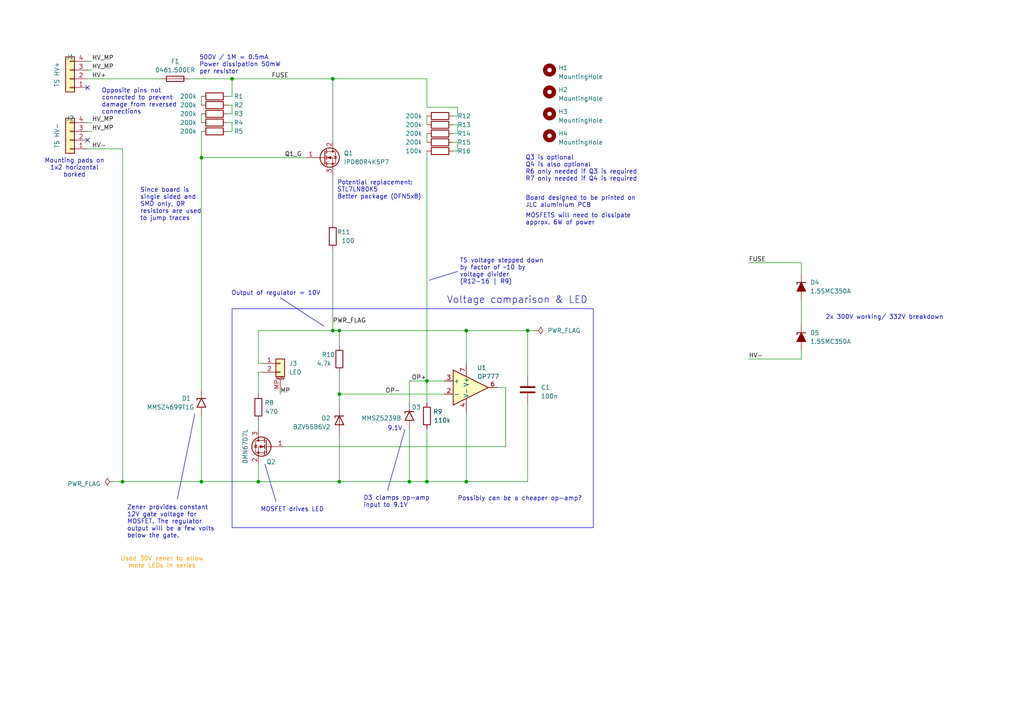
<source format=kicad_sch>
(kicad_sch (version 20231120) (generator "eeschema") (generator_version "8.0")
  (paper "A4")
  (title_block (title "Accumulator Indicator Light") (date "2023-04-17") (rev "1.1.0") (company "SUFST") (comment 1 "STAG X") (comment 2 "Ray Wang, Joe Pater") (comment 3 "Max O'Brien, Tim Brewis"))
  (lib_symbols
    (symbol "Connector_Generic:Conn_01x04" (pin_names (offset 1.016) hide)
      (property "Reference" "J" (at 0 5.08 0))
      (property "Value" "Conn_01x04" (at 0 -7.62 0))
      (symbol "Conn_01x04_1_1"
        (rectangle (start -1.27 -4.953) (end 0 -5.207) (stroke (width 0.1524)))
        (rectangle (start -1.27 -2.413) (end 0 -2.667) (stroke (width 0.1524)))
        (rectangle (start -1.27 0.127) (end 0 -0.127) (stroke (width 0.1524)))
        (rectangle (start -1.27 2.667) (end 0 2.413) (stroke (width 0.1524)))
        (rectangle (start -1.27 3.81) (end 1.27 -6.35) (stroke (width 0.254)) (fill (type background)))
        (pin passive line (at -5.08 2.54 0) (length 3.81) (name "Pin_1") (number "1"))
        (pin passive line (at -5.08 0 0) (length 3.81) (name "Pin_2") (number "2"))
        (pin passive line (at -5.08 -2.54 0) (length 3.81) (name "Pin_3") (number "3"))
        (pin passive line (at -5.08 -5.08 0) (length 3.81) (name "Pin_4") (number "4"))
      )
    )
    (symbol "Connector_Generic_MountingPin:Conn_01x02_MountingPin" (pin_names (offset 1.016) hide)
      (property "Reference" "J" (at 0 2.54 0))
      (property "Value" "Conn_01x02_MountingPin" (at 1.27 -5.08 0))
      (symbol "Conn_01x02_MountingPin_1_1"
        (rectangle (start -1.27 -2.413) (end 0 -2.667) (stroke (width 0.1524)))
        (rectangle (start -1.27 0.127) (end 0 -0.127) (stroke (width 0.1524)))
        (rectangle (start -1.27 1.27) (end 1.27 -3.81) (stroke (width 0.254)) (fill (type background)))
        (polyline (pts (xy -1.016 -4.572) (xy 1.016 -4.572)) (stroke (width 0.1524)))
        (text "Mounting" (at 0 -4.191 0) (effects (font (size 0.381 0.381))))
        (pin passive line (at -5.08 0 0) (length 3.81) (name "Pin_1") (number "1"))
        (pin passive line (at -5.08 -2.54 0) (length 3.81) (name "Pin_2") (number "2"))
        (pin passive line (at 0 -7.62 90) (length 3.048) (name "MountPin") (number "MP"))
      )
    )
    (symbol "Device:C" (pin_numbers hide) (pin_names (offset 0.254))
      (property "Reference" "C" (at 0.635 2.54 0))
      (property "Value" "C" (at 0.635 -2.54 0))
      (symbol "C_0_1"
        (polyline (pts (xy -2.032 -0.762) (xy 2.032 -0.762)) (stroke (width 0.508)))
        (polyline (pts (xy -2.032 0.762) (xy 2.032 0.762)) (stroke (width 0.508)))
      )
      (symbol "C_1_1"
        (pin passive line (at 0 3.81 270) (length 2.794) (name "~") (number "1"))
        (pin passive line (at 0 -3.81 90) (length 2.794) (name "~") (number "2"))
      )
    )
    (symbol "Device:Fuse" (pin_numbers hide) (pin_names (offset 0))
      (property "Reference" "F" (at 2.032 0 90))
      (property "Value" "Fuse" (at -1.905 0 90))
      (symbol "Fuse_0_1"
        (rectangle (start -0.762 -2.54) (end 0.762 2.54) (stroke (width 0.254)))
        (polyline (pts (xy 0 2.54) (xy 0 -2.54)))
      )
      (symbol "Fuse_1_1"
        (pin passive line (at 0 3.81 270) (length 1.27) (name "~") (number "1"))
        (pin passive line (at 0 -3.81 90) (length 1.27) (name "~") (number "2"))
      )
    )
    (symbol "Device:R" (pin_numbers hide) (pin_names (offset 0))
      (property "Reference" "R" (at 2.032 0 90))
      (property "Value" "R" (at 0 0 90))
      (symbol "R_0_1"
        (rectangle (start -1.016 -2.54) (end 1.016 2.54) (stroke (width 0.254)))
      )
      (symbol "R_1_1"
        (pin passive line (at 0 3.81 270) (length 1.27) (name "~") (number "1"))
        (pin passive line (at 0 -3.81 90) (length 1.27) (name "~") (number "2"))
      )
    )
    (symbol "Diode:1N630xA" (pin_numbers hide) (pin_names (offset 1.016) hide)
      (property "Reference" "D" (at 0 2.54 0))
      (property "Value" "1N630xA" (at 0 -2.54 0))
      (symbol "1N630xA_0_1"
        (polyline (pts (xy -0.762 1.27) (xy -1.27 1.27) (xy -1.27 -1.27)) (stroke (width 0.254)))
        (polyline (pts (xy 1.27 1.27) (xy 1.27 -1.27) (xy -1.27 0) (xy 1.27 1.27)) (stroke (width 0.254)))
      )
      (symbol "1N630xA_1_1"
        (pin passive line (at -3.81 0 0) (length 2.54) (name "A1") (number "1"))
        (pin passive line (at 3.81 0 180) (length 2.54) (name "A2") (number "2"))
      )
    )
    (symbol "Diode:BZV55B6V2" (pin_numbers hide) (pin_names hide)
      (property "Reference" "D" (at 0 2.54 0))
      (property "Value" "BZV55B6V2" (at 0 -2.54 0))
      (symbol "BZV55B6V2_0_1"
        (polyline (pts (xy 1.27 0) (xy -1.27 0)))
        (polyline (pts (xy -1.27 -1.27) (xy -1.27 1.27) (xy -0.762 1.27)) (stroke (width 0.254)))
        (polyline (pts (xy 1.27 -1.27) (xy 1.27 1.27) (xy -1.27 0) (xy 1.27 -1.27)) (stroke (width 0.254)))
      )
      (symbol "BZV55B6V2_1_1"
        (pin passive line (at -3.81 0 0) (length 2.54) (name "K") (number "1"))
        (pin passive line (at 3.81 0 180) (length 2.54) (name "A") (number "2"))
      )
    )
    (symbol "Mechanical:MountingHole" (pin_names (offset 1.016))
      (property "Reference" "H" (at 0 5.08 0))
      (property "Value" "MountingHole" (at 0 3.175 0))
      (symbol "MountingHole_0_1"
        (circle (center 0 0) (radius 1.27) (stroke (width 1.27)))
      )
    )
    (symbol "PCM_Diode_TVS_AKL:1.5SMC350A" (pin_numbers hide) (pin_names (offset 1.016) hide)
      (property "Reference" "D" (at 0 5.08 0))
      (property "Value" "1.5SMC350A" (at 0 2.54 0))
      (symbol "1.5SMC350A_0_1"
        (polyline (pts (xy -1.27 0) (xy 1.27 0)))
        (polyline (pts (xy 1.27 -1.27) (xy 1.27 1.27)) (stroke (width 0.254)))
        (polyline (pts (xy 1.27 1.27) (xy 0.762 1.27)) (stroke (width 0.254)))
        (polyline (pts (xy -1.27 1.27) (xy -1.27 -1.27) (xy 1.27 0) (xy -1.27 1.27)) (stroke (width 0.254)) (fill (type outline)))
      )
      (symbol "1.5SMC350A_0_2"
        (polyline (pts (xy -2.54 -2.54) (xy 2.54 2.54)))
        (polyline (pts (xy 0 1.778) (xy -0.381 1.397)) (stroke (width 0.254)))
        (polyline (pts (xy 0 1.778) (xy 1.778 0)) (stroke (width 0.254)))
        (polyline (pts (xy -0.889 -0.889) (xy -1.778 0) (xy 0.889 0.889) (xy 0 -1.778) (xy -0.889 -0.889)) (stroke (width 0.254)) (fill (type outline)))
      )
      (symbol "1.5SMC350A_1_1"
        (pin passive line (at 3.81 0 180) (length 2.54) (name "K") (number "1"))
        (pin passive line (at -3.81 0 0) (length 2.54) (name "A") (number "2"))
      )
      (symbol "1.5SMC350A_1_2"
        (pin passive line (at 2.54 2.54 180) (length 0) (name "K") (number "1"))
        (pin passive line (at -2.54 -2.54 0) (length 0) (name "A") (number "2"))
      )
    )
    (symbol "SUFST:FQD1N80TM" (pin_names hide)
      (property "Reference" "Q" (at 6.35 1.905 0))
      (property "Value" "FQD1N80TM" (at 6.35 0 0))
      (symbol "FQD1N80TM_0_1"
        (polyline (pts (xy 0.254 0) (xy -2.54 0)))
        (polyline (pts (xy 0.254 1.905) (xy 0.254 -1.905)) (stroke (width 0.254)))
        (polyline (pts (xy 0.762 -1.27) (xy 0.762 -2.286)) (stroke (width 0.254)))
        (polyline (pts (xy 0.762 0.508) (xy 0.762 -0.508)) (stroke (width 0.254)))
        (polyline (pts (xy 0.762 2.286) (xy 0.762 1.27)) (stroke (width 0.254)))
        (polyline (pts (xy 2.54 2.54) (xy 2.54 1.778)))
        (polyline (pts (xy 2.54 -2.54) (xy 2.54 0) (xy 0.762 0)))
        (polyline (pts (xy 0.762 -1.778) (xy 3.302 -1.778) (xy 3.302 1.778) (xy 0.762 1.778)))
        (polyline (pts (xy 1.016 0) (xy 2.032 0.381) (xy 2.032 -0.381) (xy 1.016 0)) (fill (type outline)))
        (polyline (pts (xy 2.794 0.508) (xy 2.921 0.381) (xy 3.683 0.381) (xy 3.81 0.254)))
        (polyline (pts (xy 3.302 0.381) (xy 2.921 -0.254) (xy 3.683 -0.254) (xy 3.302 0.381)))
        (circle (center 1.651 0) (radius 2.794) (stroke (width 0.254)))
        (circle (center 2.54 -1.778) (radius 0.254) (fill (type outline)))
        (circle (center 2.54 1.778) (radius 0.254) (fill (type outline)))
      )
      (symbol "FQD1N80TM_1_1"
        (pin input line (at -5.08 0 0) (length 2.54) (name "G") (number "1"))
        (pin passive line (at 2.54 5.08 270) (length 2.54) (name "D") (number "2"))
        (pin passive line (at 2.54 -5.08 90) (length 2.54) (name "S") (number "3"))
      )
    )
    (symbol "SUFST:OP777" (pin_names (offset 0.127))
      (property "Reference" "U" (at 1.27 5.715 0))
      (property "Value" "OP777" (at 1.27 3.175 0))
      (symbol "OP777_0_1"
        (polyline (pts (xy -5.08 5.08) (xy 5.08 0) (xy -5.08 -5.08) (xy -5.08 5.08)) (stroke (width 0.254)) (fill (type background)))
      )
      (symbol "OP777_1_1"
        (pin no_connect line (at -2.54 -8.89 90) (length 5.08) hide (name "") (number "1"))
        (pin input line (at -7.62 -1.905 0) (length 2.54) (name "-") (number "2"))
        (pin input line (at -7.62 1.905 0) (length 2.54) (name "+") (number "3"))
        (pin power_in line (at -1.27 -6.985 90) (length 3.81) (name "V-") (number "4"))
        (pin no_connect line (at -2.54 6.35 270) (length 2.54) hide (name "NC") (number "5"))
        (pin output line (at 7.62 0 180) (length 2.54) (name "~") (number "6"))
        (pin power_in line (at -1.27 6.985 270) (length 3.81) (name "V+") (number "7"))
        (pin no_connect line (at 2.54 -7.62 90) (length 6.35) hide (name "") (number "8"))
      )
    )
    (symbol "Transistor_FET:DMN67D7L" (pin_names hide)
      (property "Reference" "Q" (at 5.08 1.905 0))
      (property "Value" "DMN67D7L" (at 5.08 0 0))
      (symbol "DMN67D7L_0_1"
        (polyline (pts (xy 0.254 0) (xy -2.54 0)))
        (polyline (pts (xy 0.254 1.905) (xy 0.254 -1.905)) (stroke (width 0.254)))
        (polyline (pts (xy 0.762 -1.27) (xy 0.762 -2.286)) (stroke (width 0.254)))
        (polyline (pts (xy 0.762 0.508) (xy 0.762 -0.508)) (stroke (width 0.254)))
        (polyline (pts (xy 0.762 2.286) (xy 0.762 1.27)) (stroke (width 0.254)))
        (polyline (pts (xy 2.54 2.54) (xy 2.54 1.778)))
        (polyline (pts (xy 2.54 -2.54) (xy 2.54 0) (xy 0.762 0)))
        (polyline (pts (xy 0.762 -1.778) (xy 3.302 -1.778) (xy 3.302 1.778) (xy 0.762 1.778)))
        (polyline (pts (xy 1.016 0) (xy 2.032 0.381) (xy 2.032 -0.381) (xy 1.016 0)) (fill (type outline)))
        (polyline (pts (xy 2.794 0.508) (xy 2.921 0.381) (xy 3.683 0.381) (xy 3.81 0.254)))
        (polyline (pts (xy 3.302 0.381) (xy 2.921 -0.254) (xy 3.683 -0.254) (xy 3.302 0.381)))
        (circle (center 1.651 0) (radius 2.794) (stroke (width 0.254)))
        (circle (center 2.54 -1.778) (radius 0.254) (fill (type outline)))
        (circle (center 2.54 1.778) (radius 0.254) (fill (type outline)))
      )
      (symbol "DMN67D7L_1_1"
        (pin input line (at -5.08 0 0) (length 2.54) (name "G") (number "1"))
        (pin passive line (at 2.54 -5.08 90) (length 2.54) (name "S") (number "2"))
        (pin passive line (at 2.54 5.08 270) (length 2.54) (name "D") (number "3"))
      )
    )
    (symbol "power:PWR_FLAG" (power) (pin_numbers hide) (pin_names (offset 0) hide)
      (property "Value" "PWR_FLAG" (at 0 3.81 0))
      (symbol "PWR_FLAG_0_0"
        (pin power_out line (at 0 0 90) (length 0) (name "pwr") (number "1"))
      )
      (symbol "PWR_FLAG_0_1"
        (polyline (pts (xy 0 0) (xy 0 1.27) (xy -1.016 1.905) (xy 0 2.54) (xy 1.016 1.905) (xy 0 1.27)))
      )
    )
  )
  (junction (at 153.035 95.885))
  (junction (at 98.425 114.3))
  (junction (at 118.745 139.7))
  (junction (at 123.825 139.7))
  (junction (at 123.825 110.49))
  (junction (at 135.255 139.7))
  (junction (at 58.42 45.72))
  (junction (at 135.255 95.885))
  (junction (at 67.31 22.86))
  (junction (at 98.425 139.7))
  (junction (at 96.52 95.885))
  (junction (at 35.56 139.7))
  (junction (at 96.52 22.86))
  (junction (at 74.93 139.7))
  (junction (at 58.42 139.7))
  (junction (at 98.425 95.885))
  (no_connect (at 25.4 40.64))
  (no_connect (at 25.4 25.4))
  (wire (pts (xy 131.445 41.275) (xy 132.715 41.275)))
  (wire (pts (xy 123.825 36.195) (xy 123.825 33.655)))
  (wire (pts (xy 98.425 95.885) (xy 98.425 100.33)))
  (wire (pts (xy 98.425 114.3) (xy 98.425 118.11)))
  (wire (pts (xy 96.52 22.86) (xy 96.52 40.64)))
  (wire (pts (xy 98.425 114.3) (xy 128.905 114.3)))
  (wire (pts (xy 35.56 139.7) (xy 58.42 139.7)))
  (wire (pts (xy 58.42 120.65) (xy 58.42 139.7)))
  (wire (pts (xy 217.17 76.2) (xy 232.41 76.2)))
  (wire (pts (xy 123.825 41.275) (xy 123.825 38.735)))
  (wire (pts (xy 131.445 38.735) (xy 132.715 38.735)))
  (wire (pts (xy 58.42 45.72) (xy 58.42 113.03)))
  (wire (pts (xy 58.42 30.48) (xy 58.42 27.94)))
  (polyline (pts (xy 51.435 144.78) (xy 56.515 120.015)))
  (wire (pts (xy 132.715 31.115) (xy 123.825 31.115)))
  (wire (pts (xy 217.17 104.14) (xy 232.41 104.14)))
  (wire (pts (xy 33.02 139.7) (xy 35.56 139.7)))
  (wire (pts (xy 67.31 22.86) (xy 67.31 27.94)))
  (wire (pts (xy 96.52 22.86) (xy 123.825 22.86)))
  (wire (pts (xy 132.715 41.275) (xy 132.715 43.815)))
  (wire (pts (xy 153.035 139.7) (xy 135.255 139.7)))
  (wire (pts (xy 144.145 112.395) (xy 146.685 112.395)))
  (wire (pts (xy 66.04 30.48) (xy 67.31 30.48)))
  (wire (pts (xy 74.93 107.95) (xy 74.93 114.3)))
  (wire (pts (xy 135.255 95.885) (xy 153.035 95.885)))
  (polyline (pts (xy 81.28 86.36) (xy 93.98 94.615)))
  (wire (pts (xy 131.445 43.815) (xy 132.715 43.815)))
  (polyline (pts (xy 112.395 142.24) (xy 117.475 124.46)))
  (wire (pts (xy 123.825 22.86) (xy 123.825 31.115)))
  (wire (pts (xy 153.035 109.22) (xy 153.035 95.885)))
  (wire (pts (xy 98.425 125.73) (xy 98.425 139.7)))
  (wire (pts (xy 123.825 110.49) (xy 123.825 116.84)))
  (wire (pts (xy 118.745 110.49) (xy 123.825 110.49)))
  (wire (pts (xy 98.425 107.95) (xy 98.425 114.3)))
  (wire (pts (xy 25.4 22.86) (xy 46.99 22.86)))
  (wire (pts (xy 74.93 121.92) (xy 74.93 124.46)))
  (wire (pts (xy 153.035 116.84) (xy 153.035 139.7)))
  (wire (pts (xy 67.31 22.86) (xy 96.52 22.86)))
  (wire (pts (xy 81.28 113.03) (xy 81.28 114.3)))
  (wire (pts (xy 74.93 95.885) (xy 96.52 95.885)))
  (wire (pts (xy 82.55 129.54) (xy 146.685 129.54)))
  (wire (pts (xy 58.42 38.1) (xy 58.42 45.72)))
  (wire (pts (xy 118.745 116.84) (xy 118.745 110.49)))
  (wire (pts (xy 232.41 101.6) (xy 232.41 104.14)))
  (wire (pts (xy 25.4 43.18) (xy 35.56 43.18)))
  (wire (pts (xy 74.93 95.885) (xy 74.93 105.41)))
  (wire (pts (xy 58.42 35.56) (xy 58.42 33.02)))
  (wire (pts (xy 123.825 124.46) (xy 123.825 139.7)))
  (wire (pts (xy 118.745 124.46) (xy 118.745 139.7)))
  (wire (pts (xy 74.93 139.7) (xy 58.42 139.7)))
  (wire (pts (xy 123.825 43.815) (xy 123.825 110.49)))
  (wire (pts (xy 132.715 33.655) (xy 132.715 31.115)))
  (wire (pts (xy 26.67 17.78) (xy 25.4 17.78)))
  (polyline (pts (xy 124.46 81.28) (xy 132.715 78.74)))
  (wire (pts (xy 123.825 139.7) (xy 135.255 139.7)))
  (wire (pts (xy 26.67 35.56) (xy 25.4 35.56)))
  (polyline (pts (xy 76.835 134.62) (xy 80.01 145.415)))
  (wire (pts (xy 132.715 38.735) (xy 132.715 36.195)))
  (wire (pts (xy 35.56 43.18) (xy 35.56 139.7)))
  (wire (pts (xy 154.94 95.885) (xy 153.035 95.885)))
  (wire (pts (xy 96.52 50.8) (xy 96.52 64.77)))
  (wire (pts (xy 58.42 45.72) (xy 88.9 45.72)))
  (wire (pts (xy 67.31 33.02) (xy 67.31 30.48)))
  (wire (pts (xy 118.745 139.7) (xy 123.825 139.7)))
  (wire (pts (xy 74.93 107.95) (xy 76.2 107.95)))
  (wire (pts (xy 135.255 119.38) (xy 135.255 139.7)))
  (wire (pts (xy 232.41 93.98) (xy 232.41 86.995)))
  (wire (pts (xy 232.41 76.2) (xy 232.41 79.375)))
  (wire (pts (xy 74.93 134.62) (xy 74.93 139.7)))
  (wire (pts (xy 66.04 38.1) (xy 67.31 38.1)))
  (wire (pts (xy 146.685 112.395) (xy 146.685 129.54)))
  (wire (pts (xy 26.67 20.32) (xy 25.4 20.32)))
  (wire (pts (xy 67.31 35.56) (xy 67.31 38.1)))
  (wire (pts (xy 98.425 139.7) (xy 118.745 139.7)))
  (wire (pts (xy 74.93 105.41) (xy 76.2 105.41)))
  (wire (pts (xy 66.04 35.56) (xy 67.31 35.56)))
  (wire (pts (xy 96.52 72.39) (xy 96.52 95.885)))
  (wire (pts (xy 26.67 38.1) (xy 25.4 38.1)))
  (wire (pts (xy 54.61 22.86) (xy 67.31 22.86)))
  (wire (pts (xy 96.52 95.885) (xy 98.425 95.885)))
  (wire (pts (xy 98.425 95.885) (xy 135.255 95.885)))
  (wire (pts (xy 123.825 110.49) (xy 128.905 110.49)))
  (wire (pts (xy 66.04 27.94) (xy 67.31 27.94)))
  (wire (pts (xy 131.445 36.195) (xy 132.715 36.195)))
  (wire (pts (xy 135.255 105.41) (xy 135.255 95.885)))
  (wire (pts (xy 74.93 139.7) (xy 98.425 139.7)))
  (wire (pts (xy 131.445 33.655) (xy 132.715 33.655)))
  (wire (pts (xy 66.04 33.02) (xy 67.31 33.02)))
  (rectangle (start 67.31 89.535) (end 172.085 153.035))
  (text "Potential replacement:\nSTL7LN80K5\nBetter package (DFN5x8)\n" (at 97.79 55.118 0) (effects (font (size 1.27 1.27)) (justify left)))
  (text "Opposite pins not\nconnected to prevent\ndamage from reversed\nconnections" (at 29.464 33.274 0) (effects (font (size 1.27 1.27)) (justify left bottom)))
  (text "MOSFET drives LED" (at 75.565 148.59 0) (effects (font (size 1.27 1.27)) (justify left bottom)))
  (text "TS voltage stepped down\nby factor of ~10 by \nvoltage divider\n(R12-16 | R9)" (at 133.35 82.55 0) (effects (font (size 1.27 1.27)) (justify left bottom)))
  (text "9.1V" (at 112.395 125.095 0) (effects (font (size 1.27 1.27)) (justify left bottom)))
  (text "500V / 1M = 0.5mA\nPower dissipation 50mW\nper resistor" (at 57.785 21.59 0) (effects (font (size 1.27 1.27)) (justify left bottom)))
  (text "Output of regulator = 10V" (at 67.056 85.852 0) (effects (font (size 1.27 1.27)) (justify left bottom)))
  (text "MOSFETS will need to dissipate \napprox. 6W of power" (at 152.4 65.405 0) (effects (font (size 1.27 1.27)) (justify left bottom)))
  (text "Possibly can be a cheaper op-amp?" (at 132.715 145.415 0) (effects (font (size 1.27 1.27)) (justify left bottom)))
  (text "Used 30V zener to allow\nmore LEDs in series" (at 46.99 163.195 0) (effects (font (size 1.27 1.27))))
  (text "D3 clamps op-amp\ninput to 9.1V" (at 105.41 147.32 0) (effects (font (size 1.27 1.27)) (justify left bottom)))
  (text "Board designed to be printed on\nJLC aluminium PCB" (at 152.4 60.325 0) (effects (font (size 1.27 1.27)) (justify left bottom)))
  (text "Zener provides constant\n12V gate voltage for\nMOSFET. The regulator\noutput will be a few volts\nbelow the gate." (at 36.83 156.21 0) (effects (font (size 1.27 1.27)) (justify left bottom)))
  (text "Q3 is optional\nQ4 is also optional\nR6 only needed if Q3 is required\nR7 only needed if Q4 is required" (at 152.4 52.705 0) (effects (font (size 1.27 1.27)) (justify left bottom)))
  (text "2x 300V working/ 332V breakdown" (at 256.54 92.075 0) (effects (font (size 1.27 1.27))))
  (text "Since board is\nsingle sided and\nSMD only, 0R\nresistors are used\nto jump traces" (at 40.64 64.135 0) (effects (font (size 1.27 1.27)) (justify left bottom)))
  (text "Voltage comparison & LED" (at 129.54 88.265 0) (effects (font (size 2 2)) (justify left bottom)))
  (text "Mounting pads on\n1x2 horizontal\nborked" (at 21.59 48.768 0) (effects (font (size 1.27 1.27))))
  (label "HV-" (at 217.17 104.14 0))
  (label "HV_MP" (at 26.67 17.78 0))
  (label "HV_MP" (at 26.67 35.56 0))
  (label "HV_MP" (at 26.67 20.32 0))
  (label "PWR_FLAG" (at 96.52 93.98 0))
  (label "FUSE" (at 217.17 76.2 0))
  (label "FUSE" (at 78.74 22.86 0))
  (label "OP+" (at 119.38 110.49 0))
  (label "HV_MP" (at 26.67 38.1 0))
  (label "HV-" (at 26.67 43.18 0))
  (label "OP-" (at 111.76 114.3 0))
  (label "MP" (at 81.28 114.3 0))
  (label "HV+" (at 26.67 22.86 0))
  (label "Q1_G" (at 82.55 45.72 0))
  (symbol (lib_id "SUFST:FQD1N80TM") (at 93.98 45.72 0) (unit 1)
    (property "Reference" "Q1" (at 99.695 44.4499 0) (effects (justify left)))
    (property "Value" "IPD80R4K5P7" (at 99.695 46.9899 0) (effects (justify left)))
    (property "Footprint" "Package_TO_SOT_SMD:TO-252-2" (effects (hide yes)))
    (property "Notes" "Low stock" (effects (hide yes)))
    (property "Order Code" "726-IPD80R4K5P7ATMA1" (effects (hide yes)))
    (property "Supplier" "Mouser" (effects (hide yes)))
  )
  (symbol (lib_id "Device:R") (at 62.23 33.02 90) (unit 1)
    (property "Reference" "R3" (at 69.215 33.02 90))
    (property "Value" "200k" (at 54.61 33.02 90))
    (property "Footprint" "Resistor_SMD:R_0805_2012Metric_Pad1.20x1.40mm_HandSolder" (effects (hide yes)))
  )
  (symbol (lib_id "Device:R") (at 62.23 27.94 90) (unit 1)
    (property "Reference" "R1" (at 69.215 27.94 90))
    (property "Value" "200k" (at 54.61 27.94 90))
    (property "Footprint" "Resistor_SMD:R_0805_2012Metric_Pad1.20x1.40mm_HandSolder" (effects (hide yes)))
  )
  (symbol (lib_id "Device:R") (at 127.635 38.735 90) (unit 1)
    (property "Reference" "R14" (at 134.62 38.735 90))
    (property "Value" "200k" (at 120.015 38.735 90))
    (property "Footprint" "Resistor_SMD:R_0805_2012Metric_Pad1.20x1.40mm_HandSolder" (effects (hide yes)))
  )
  (symbol (lib_id "Device:R") (at 127.635 33.655 90) (unit 1)
    (property "Reference" "R12" (at 134.62 33.655 90))
    (property "Value" "200k" (at 120.015 33.655 90))
    (property "Footprint" "Resistor_SMD:R_0805_2012Metric_Pad1.20x1.40mm_HandSolder" (effects (hide yes)))
  )
  (symbol (lib_id "Connector_Generic:Conn_01x04") (at 20.32 22.86 180) (unit 1)
    (property "Reference" "J1" (at 20.32 16.51 0))
    (property "Value" "TS HV+" (at 16.51 21.59 90))
    (property "Footprint" "SUFST:Molex_Micro-Fit_3.0_43650-0214_1x02_P3.00mm_Horizontal" (effects (hide yes)))
    (property "Description" "Generic connector, single row, 01x04, script generated (kicad-library-utils/schlib/autogen/connector/)" (effects (hide yes)))
    (property "Order Code" "538-43650-0214" (effects (hide yes)))
    (property "Supplier" "Mouser" (effects (hide yes)))
  )
  (symbol (lib_id "Device:R") (at 62.23 38.1 90) (unit 1)
    (property "Reference" "R5" (at 69.215 38.1 90))
    (property "Value" "200k" (at 54.61 38.1 90))
    (property "Footprint" "Resistor_SMD:R_0805_2012Metric_Pad1.20x1.40mm_HandSolder" (effects (hide yes)))
  )
  (symbol (lib_id "Device:R") (at 98.425 104.14 0) (mirror x) (unit 1)
    (property "Reference" "R10" (at 95.25 102.87 0))
    (property "Value" "4.7k" (at 93.98 105.41 0))
    (property "Footprint" "Resistor_SMD:R_0805_2012Metric_Pad1.20x1.40mm_HandSolder" (effects (hide yes)))
  )
  (symbol (lib_id "Transistor_FET:DMN67D7L") (at 77.47 129.54 0) (mirror y) (unit 1)
    (property "Reference" "Q2" (at 80.01 133.985 0) (effects (justify left)))
    (property "Value" "DMN67D7L" (at 71.12 134.62 90) (effects (justify left)))
    (property "Footprint" "Package_TO_SOT_SMD:SOT-23" (effects (hide yes)))
    (property "Datasheet" "http://www.diodes.com/assets/Datasheets/DMN67D7L.pdf" (effects (hide yes)))
    (property "Description" "0.21A Id, 60V Vds, N-Channel MOSFET, SOT-23" (effects (hide yes)))
    (property "Order Code" "865-XP262N7002TR-G " (effects (hide yes)))
    (property "Supplier" "Mouser" (effects (hide yes)))
  )
  (symbol (lib_id "power:PWR_FLAG") (at 154.94 95.885 270) (unit 1)
    (property "Reference" "#FLG02" (effects (hide yes)))
    (property "Value" "PWR_FLAG" (at 158.75 95.885 90) (effects (justify left)))
  )
  (symbol (lib_id "Device:R") (at 96.52 68.58 180) (unit 1)
    (property "Reference" "R11" (at 99.695 67.31 0))
    (property "Value" "100" (at 100.965 69.85 0))
    (property "Footprint" "Resistor_SMD:R_0805_2012Metric_Pad1.20x1.40mm_HandSolder" (effects (hide yes)))
  )
  (symbol (lib_id "Diode:1N630xA") (at 58.42 116.84 90) (mirror x) (unit 1)
    (property "Reference" "D1" (at 52.705 115.57 90) (effects (justify right)))
    (property "Value" "MMSZ4699T1G" (at 42.545 118.11 90) (effects (justify right)))
    (property "Footprint" "Diode_SMD:D_SOD-123" (effects (hide yes)))
    (property "Order Code" "863-MMSZ4699T1G" (effects (hide yes)))
    (property "Supplier" "Mouser" (effects (hide yes)))
  )
  (symbol (lib_id "Device:R") (at 62.23 30.48 90) (unit 1)
    (property "Reference" "R2" (at 69.215 30.48 90))
    (property "Value" "200k" (at 54.61 30.48 90))
    (property "Footprint" "Resistor_SMD:R_0805_2012Metric_Pad1.20x1.40mm_HandSolder" (effects (hide yes)))
  )
  (symbol (lib_id "PCM_Diode_TVS_AKL:1.5SMC350A") (at 232.41 83.185 90) (unit 1)
    (property "Reference" "D4" (at 234.95 81.9149 90) (effects (justify right)))
    (property "Value" "1.5SMC350A" (at 234.95 84.4549 90) (effects (justify right)))
    (property "Footprint" "PCM_Diode_SMD_AKL:D_SMC" (effects (hide yes)))
    (property "Datasheet" "https://www.tme.eu/Document/f36abf52eed0f4b5a0da84465e871916/15smc220.pdf" (effects (hide yes)))
    (property "Description" "SMC Unidirectional TVS diode, 350V, 1500W, Alternate KiCAD Library" (effects (hide yes)))
  )
  (symbol (lib_id "Mechanical:MountingHole") (at 159.385 20.32 0) (unit 1) (in_bom no)
    (property "Reference" "H1" (at 161.925 19.685 0) (effects (justify left)))
    (property "Value" "MountingHole" (at 161.925 22.225 0) (effects (justify left)))
    (property "Footprint" "MountingHole:MountingHole_4.3mm_M4" (effects (hide yes)))
  )
  (symbol (lib_id "Mechanical:MountingHole") (at 159.385 33.02 0) (unit 1) (in_bom no)
    (property "Reference" "H3" (at 161.925 32.385 0) (effects (justify left)))
    (property "Value" "MountingHole" (at 161.925 34.925 0) (effects (justify left)))
    (property "Footprint" "MountingHole:MountingHole_4.3mm_M4" (effects (hide yes)))
  )
  (symbol (lib_id "Mechanical:MountingHole") (at 159.385 39.37 0) (unit 1) (in_bom no)
    (property "Reference" "H4" (at 161.925 38.735 0) (effects (justify left)))
    (property "Value" "MountingHole" (at 161.925 41.275 0) (effects (justify left)))
    (property "Footprint" "MountingHole:MountingHole_4.3mm_M4" (effects (hide yes)))
  )
  (symbol (lib_id "Device:R") (at 127.635 43.815 90) (unit 1)
    (property "Reference" "R16" (at 134.62 43.815 90))
    (property "Value" "100k" (at 120.015 43.815 90))
    (property "Footprint" "Resistor_SMD:R_0805_2012Metric_Pad1.20x1.40mm_HandSolder" (effects (hide yes)))
  )
  (symbol (lib_id "Diode:BZV55B6V2") (at 98.425 121.92 90) (mirror x) (unit 1)
    (property "Reference" "D2" (at 95.885 121.285 90) (effects (justify left)))
    (property "Value" "BZV55B6V2" (at 95.885 123.825 90) (effects (justify left)))
    (property "Footprint" "Diode_SMD:D_MiniMELF" (effects (hide yes)))
    (property "Datasheet" "https://assets.nexperia.com/documents/data-sheet/BZV55_SER.pdf" (effects (hide yes)))
    (property "Order Code" "821-BZV55B6V2L1G" (effects (hide yes)))
    (property "Supplier" "Mouser" (effects (hide yes)))
  )
  (symbol (lib_id "Device:R") (at 127.635 36.195 90) (unit 1)
    (property "Reference" "R13" (at 134.62 36.195 90))
    (property "Value" "200k" (at 120.015 36.195 90))
    (property "Footprint" "Resistor_SMD:R_0805_2012Metric_Pad1.20x1.40mm_HandSolder" (effects (hide yes)))
  )
  (symbol (lib_id "PCM_Diode_TVS_AKL:1.5SMC350A") (at 232.41 97.79 90) (unit 1)
    (property "Reference" "D5" (at 234.95 96.5199 90) (effects (justify right)))
    (property "Value" "1.5SMC350A" (at 234.95 99.0599 90) (effects (justify right)))
    (property "Footprint" "PCM_Diode_SMD_AKL:D_SMC" (effects (hide yes)))
    (property "Datasheet" "https://www.tme.eu/Document/f36abf52eed0f4b5a0da84465e871916/15smc220.pdf" (effects (hide yes)))
    (property "Description" "SMC Unidirectional TVS diode, 350V, 1500W, Alternate KiCAD Library" (effects (hide yes)))
  )
  (symbol (lib_id "Connector_Generic:Conn_01x04") (at 20.32 40.64 180) (unit 1)
    (property "Reference" "J2" (at 20.32 34.29 0))
    (property "Value" "TS HV-" (at 16.51 39.37 90))
    (property "Footprint" "SUFST:Molex_Micro-Fit_3.0_43650-0214_1x02_P3.00mm_Horizontal" (effects (hide yes)))
    (property "Description" "Generic connector, single row, 01x04, script generated (kicad-library-utils/schlib/autogen/connector/)" (effects (hide yes)))
    (property "Order Code" "538-43650-0214" (effects (hide yes)))
    (property "Supplier" "Mouser" (effects (hide yes)))
  )
  (symbol (lib_id "Diode:1N630xA") (at 118.745 120.65 90) (mirror x) (unit 1)
    (property "Reference" "D3" (at 119.38 118.11 90) (effects (justify right)))
    (property "Value" "MMSZ5239B" (at 104.775 121.285 90) (effects (justify right)))
    (property "Footprint" "Diode_SMD:D_SOD-123" (effects (hide yes)))
    (property "Order Code" "637-MMSZ5239B" (effects (hide yes)))
    (property "Supplier" "Mouser" (effects (hide yes)))
  )
  (symbol (lib_id "Device:Fuse") (at 50.8 22.86 270) (mirror x) (unit 1)
    (property "Reference" "F1" (at 50.8 17.78 90))
    (property "Value" "0461.500ER" (at 50.8 20.32 90))
    (property "Footprint" "SUFST:Littelfuse-04611-25ER" (effects (hide yes)))
    (property "Datasheet" "https://www.mouser.co.uk/datasheet/2/240/Littelfuse_Fuse_461_Datasheet_pdf-968630.pdf" (effects (hide yes)))
    (property "Supplier" "Mouser" (effects (hide yes)))
    (property "Order Code" "576-0461.500ER" (effects (hide yes)))
  )
  (symbol (lib_id "SUFST:OP777") (at 136.525 112.395 0) (unit 1)
    (property "Reference" "U1" (at 139.7 106.68 0))
    (property "Value" "OP777" (at 141.605 109.22 0))
    (property "Footprint" "Package_SO:SOIC-8_3.9x4.9mm_P1.27mm" (effects (hide yes)))
    (property "Datasheet" "https://www.analog.com/media/en/technical-documentation/data-sheets/OP777_727_747.pdf" (effects (hide yes)))
    (property "Notes" "Cheaper alternatives?" (effects (hide yes)))
    (property "Order Code" "584-OP777ARZ-R7" (effects (hide yes)))
    (property "Supplier" "Mouser" (effects (hide yes)))
  )
  (symbol (lib_id "Device:R") (at 127.635 41.275 90) (unit 1)
    (property "Reference" "R15" (at 134.62 41.275 90))
    (property "Value" "200k" (at 120.015 41.275 90))
    (property "Footprint" "Resistor_SMD:R_0805_2012Metric_Pad1.20x1.40mm_HandSolder" (effects (hide yes)))
  )
  (symbol (lib_id "Connector_Generic_MountingPin:Conn_01x02_MountingPin") (at 81.28 105.41 0) (unit 1)
    (property "Reference" "J3" (at 83.82 105.41 0) (effects (justify left)))
    (property "Value" "LED" (at 83.82 107.95 0) (effects (justify left)))
    (property "Footprint" "Connector_Molex:Molex_Micro-Fit_3.0_43650-0224_1x02-1MP_P3.00mm_Vertical" (effects (hide yes)))
    (property "Description" "Generic connectable mounting pin connector, single row, 01x02, script generated (kicad-library-utils/schlib/autogen/connector/)" (effects (hide yes)))
    (property "Order Code" "538-43650-0224" (effects (hide yes)))
    (property "Supplier" "Mouser" (effects (hide yes)))
  )
  (symbol (lib_id "Device:C") (at 153.035 113.03 0) (unit 1)
    (property "Reference" "C1" (at 156.845 112.395 0) (effects (justify left)))
    (property "Value" "100n" (at 156.845 114.935 0) (effects (justify left)))
    (property "Footprint" "Capacitor_SMD:C_0805_2012Metric_Pad1.18x1.45mm_HandSolder" (effects (hide yes)))
  )
  (symbol (lib_id "Device:R") (at 74.93 118.11 180) (unit 1)
    (property "Reference" "R8" (at 78.105 116.84 0))
    (property "Value" "470" (at 78.74 119.38 0))
    (property "Footprint" "Resistor_SMD:R_2512_6332Metric_Pad1.40x3.35mm_HandSolder" (effects (hide yes)))
  )
  (symbol (lib_id "Device:R") (at 62.23 35.56 90) (unit 1)
    (property "Reference" "R4" (at 69.215 35.56 90))
    (property "Value" "200k" (at 54.61 35.56 90))
    (property "Footprint" "Resistor_SMD:R_0805_2012Metric_Pad1.20x1.40mm_HandSolder" (effects (hide yes)))
  )
  (symbol (lib_id "Device:R") (at 123.825 120.65 180) (unit 1)
    (property "Reference" "R9" (at 127 119.38 0))
    (property "Value" "110k" (at 128.27 121.92 0))
    (property "Footprint" "Resistor_SMD:R_0805_2012Metric_Pad1.20x1.40mm_HandSolder" (effects (hide yes)))
  )
  (symbol (lib_id "Mechanical:MountingHole") (at 159.385 26.67 0) (unit 1) (in_bom no)
    (property "Reference" "H2" (at 161.925 26.035 0) (effects (justify left)))
    (property "Value" "MountingHole" (at 161.925 28.575 0) (effects (justify left)))
    (property "Footprint" "MountingHole:MountingHole_4.3mm_M4" (effects (hide yes)))
  )
  (symbol (lib_id "power:PWR_FLAG") (at 33.02 139.7 90) (unit 1)
    (property "Reference" "#FLG01" (effects (hide yes)))
    (property "Value" "PWR_FLAG" (at 29.21 140.335 90) (effects (justify left)))
  )
)
</source>
